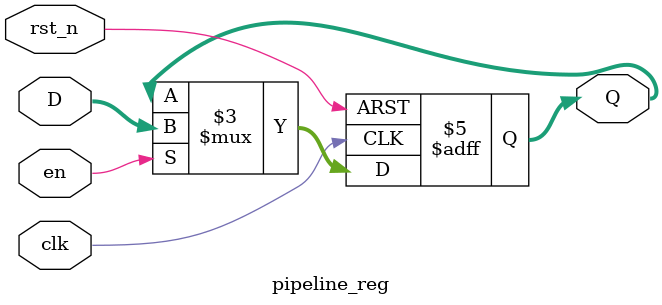
<source format=v>
`timescale 1ns / 1ps
module pipeline_reg #(
    parameter REGS = 32
)(
    input  wire             clk,
    input  wire             rst_n,   // active-low reset
    input  wire             en,
    input  wire [REGS-1:0]  D,
    output reg  [REGS-1:0]  Q
);

always @(posedge clk or negedge rst_n) begin
    if (!rst_n) begin
        Q <= 0;
    end
    else if (en) begin
        Q <= D;
    end
end

endmodule


</source>
